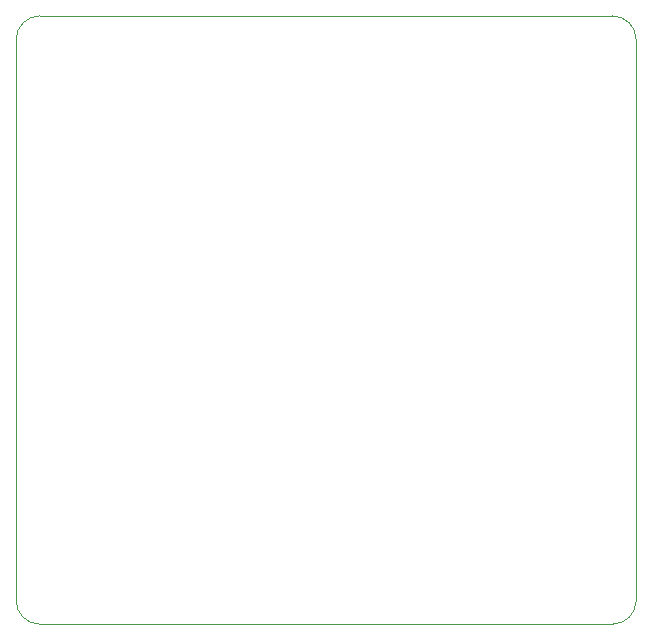
<source format=gbr>
%TF.GenerationSoftware,KiCad,Pcbnew,(6.0.10-0)*%
%TF.CreationDate,2023-01-10T11:53:47+01:00*%
%TF.ProjectId,JFP_board_v2,4a46505f-626f-4617-9264-5f76322e6b69,rev?*%
%TF.SameCoordinates,Original*%
%TF.FileFunction,Profile,NP*%
%FSLAX46Y46*%
G04 Gerber Fmt 4.6, Leading zero omitted, Abs format (unit mm)*
G04 Created by KiCad (PCBNEW (6.0.10-0)) date 2023-01-10 11:53:47*
%MOMM*%
%LPD*%
G01*
G04 APERTURE LIST*
%TA.AperFunction,Profile*%
%ADD10C,0.100000*%
%TD*%
G04 APERTURE END LIST*
D10*
X178000000Y-100000000D02*
X178000000Y-52500000D01*
X178000000Y-52500000D02*
G75*
G03*
X176000000Y-50500000I-2000000J0D01*
G01*
X127500000Y-102000000D02*
X176000000Y-102000000D01*
X176000000Y-102000000D02*
G75*
G03*
X178000000Y-100000000I0J2000000D01*
G01*
X127500000Y-50500000D02*
G75*
G03*
X125500000Y-52500000I0J-2000000D01*
G01*
X125500000Y-100000000D02*
G75*
G03*
X127500000Y-102000000I2000000J0D01*
G01*
X125500000Y-100000000D02*
X125500000Y-52500000D01*
X127500000Y-50500000D02*
X176000000Y-50500000D01*
M02*

</source>
